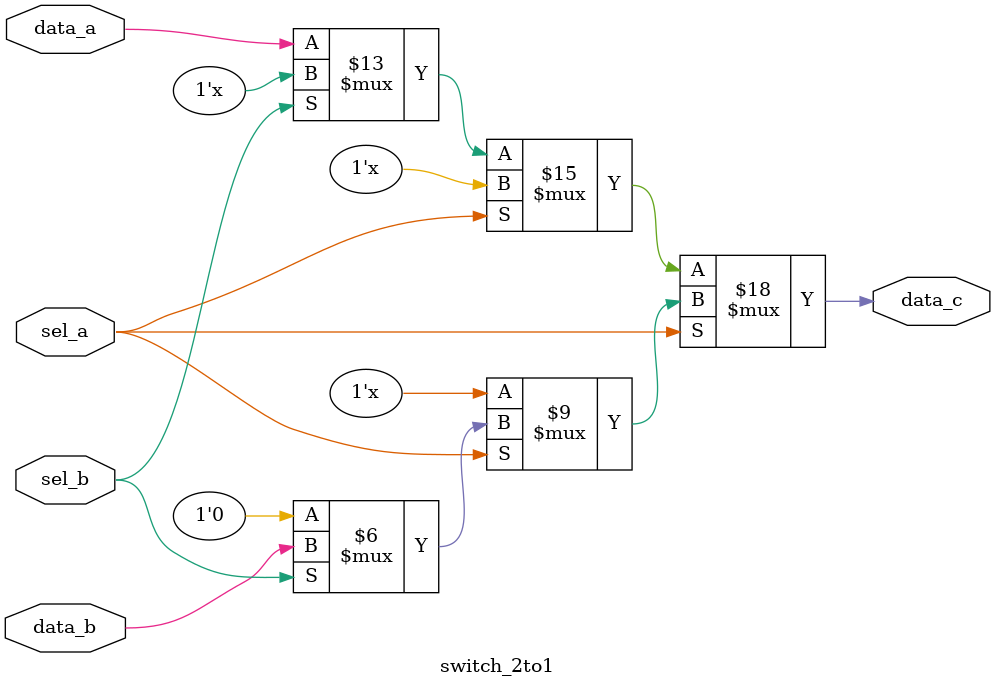
<source format=v>

/*
module switch_2to1 (
    input                       sel                 ,
    input                       data_a              ,
    input                       data_b              ,
    output  wire                data_c               
);

assign   data_c =(sel==0)? data_a :data_b;
    
endmodule
*/

/*
module switch_2to1 (
    input                       sel_a               ,
    input                       sel_b               ,
    input                       data_a              ,
    input                       data_b              ,
    output  wire                data_c               // always --reg; assign -- wire
);

//assign   data_c =(sel_a==0)?((sel_b==0)? data_a:0) :((sel_b==1)?data_b:0);

endmodule
*/


module switch_2to1 (
    input                       sel_a               ,
    input                       sel_b               ,
    input                       data_a              ,
    input                       data_b              ,
    output  reg                 data_c               // always --reg; assign -- wire
);

// always --对 reg型赋值
always @(*) begin
    if(sel_a==0) begin 
        if(sel_b==0)
            data_c = data_a;
        /*else
            data_c  = 0;*/
    end
    else 
        if(sel_b==1)
                data_c  =   data_b;
            else
                data_c  =   0;
end

endmodule
</source>
